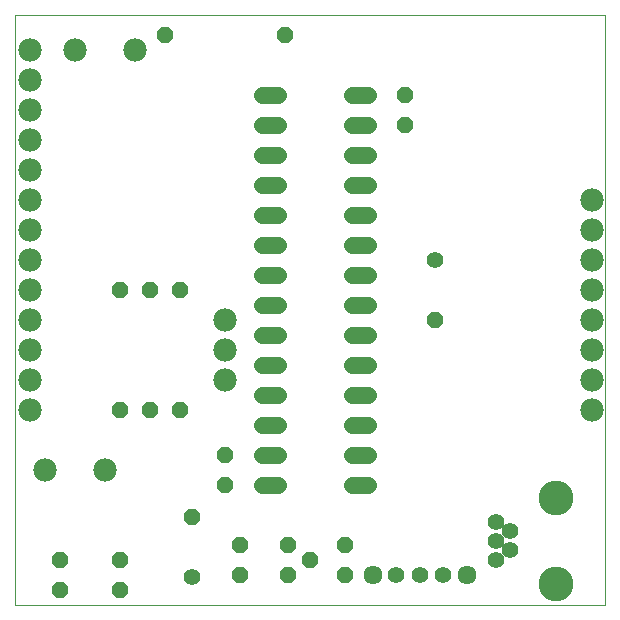
<source format=gbs>
G75*
%MOIN*%
%OFA0B0*%
%FSLAX25Y25*%
%IPPOS*%
%LPD*%
%AMOC8*
5,1,8,0,0,1.08239X$1,22.5*
%
%ADD10C,0.00000*%
%ADD11OC8,0.05600*%
%ADD12C,0.05600*%
%ADD13C,0.05550*%
%ADD14C,0.11620*%
%ADD15C,0.05600*%
%ADD16C,0.06337*%
%ADD17C,0.07800*%
D10*
X0005500Y0007548D02*
X0005500Y0204398D01*
X0202350Y0204398D01*
X0202350Y0007548D01*
X0005500Y0007548D01*
D11*
X0020500Y0012548D03*
X0020500Y0022548D03*
X0040500Y0022548D03*
X0040500Y0012548D03*
X0064500Y0037048D03*
X0075500Y0047548D03*
X0075500Y0057548D03*
X0060500Y0072548D03*
X0050500Y0072548D03*
X0040500Y0072548D03*
X0040500Y0112548D03*
X0050500Y0112548D03*
X0060500Y0112548D03*
X0135500Y0167548D03*
X0135500Y0177548D03*
X0095500Y0197548D03*
X0055500Y0197548D03*
X0145500Y0102548D03*
X0115500Y0027548D03*
X0115500Y0017548D03*
X0104000Y0022548D03*
X0096500Y0017548D03*
X0096500Y0027548D03*
X0080500Y0027548D03*
X0080500Y0017548D03*
D12*
X0064500Y0017048D03*
X0145500Y0122548D03*
D13*
X0165921Y0035347D03*
X0170646Y0032198D03*
X0165921Y0029048D03*
X0170646Y0025898D03*
X0165921Y0022749D03*
X0148374Y0017548D03*
X0140500Y0017548D03*
X0132626Y0017548D03*
D14*
X0186000Y0014678D03*
X0186000Y0043418D03*
D15*
X0123100Y0047548D02*
X0117900Y0047548D01*
X0117900Y0057548D02*
X0123100Y0057548D01*
X0123100Y0067548D02*
X0117900Y0067548D01*
X0117900Y0077548D02*
X0123100Y0077548D01*
X0123100Y0087548D02*
X0117900Y0087548D01*
X0117900Y0097548D02*
X0123100Y0097548D01*
X0123100Y0107548D02*
X0117900Y0107548D01*
X0117900Y0117548D02*
X0123100Y0117548D01*
X0123100Y0127548D02*
X0117900Y0127548D01*
X0117900Y0137548D02*
X0123100Y0137548D01*
X0123100Y0147548D02*
X0117900Y0147548D01*
X0117900Y0157548D02*
X0123100Y0157548D01*
X0123100Y0167548D02*
X0117900Y0167548D01*
X0117900Y0177548D02*
X0123100Y0177548D01*
X0093100Y0177548D02*
X0087900Y0177548D01*
X0087900Y0167548D02*
X0093100Y0167548D01*
X0093100Y0157548D02*
X0087900Y0157548D01*
X0087900Y0147548D02*
X0093100Y0147548D01*
X0093100Y0137548D02*
X0087900Y0137548D01*
X0087900Y0127548D02*
X0093100Y0127548D01*
X0093100Y0117548D02*
X0087900Y0117548D01*
X0087900Y0107548D02*
X0093100Y0107548D01*
X0093100Y0097548D02*
X0087900Y0097548D01*
X0087900Y0087548D02*
X0093100Y0087548D01*
X0093100Y0077548D02*
X0087900Y0077548D01*
X0087900Y0067548D02*
X0093100Y0067548D01*
X0093100Y0057548D02*
X0087900Y0057548D01*
X0087900Y0047548D02*
X0093100Y0047548D01*
D16*
X0124752Y0017548D03*
X0156248Y0017548D03*
D17*
X0198000Y0072548D03*
X0198000Y0082548D03*
X0198000Y0092548D03*
X0198000Y0102548D03*
X0198000Y0112548D03*
X0198000Y0122548D03*
X0198000Y0132548D03*
X0198000Y0142548D03*
X0075500Y0102548D03*
X0075500Y0092548D03*
X0075500Y0082548D03*
X0035500Y0052548D03*
X0015500Y0052548D03*
X0010500Y0072548D03*
X0010500Y0082548D03*
X0010500Y0092548D03*
X0010500Y0102548D03*
X0010500Y0112548D03*
X0010500Y0122548D03*
X0010500Y0132548D03*
X0010500Y0142548D03*
X0010500Y0152548D03*
X0010500Y0162548D03*
X0010500Y0172548D03*
X0010500Y0182548D03*
X0010500Y0192548D03*
X0025500Y0192548D03*
X0045500Y0192548D03*
M02*

</source>
